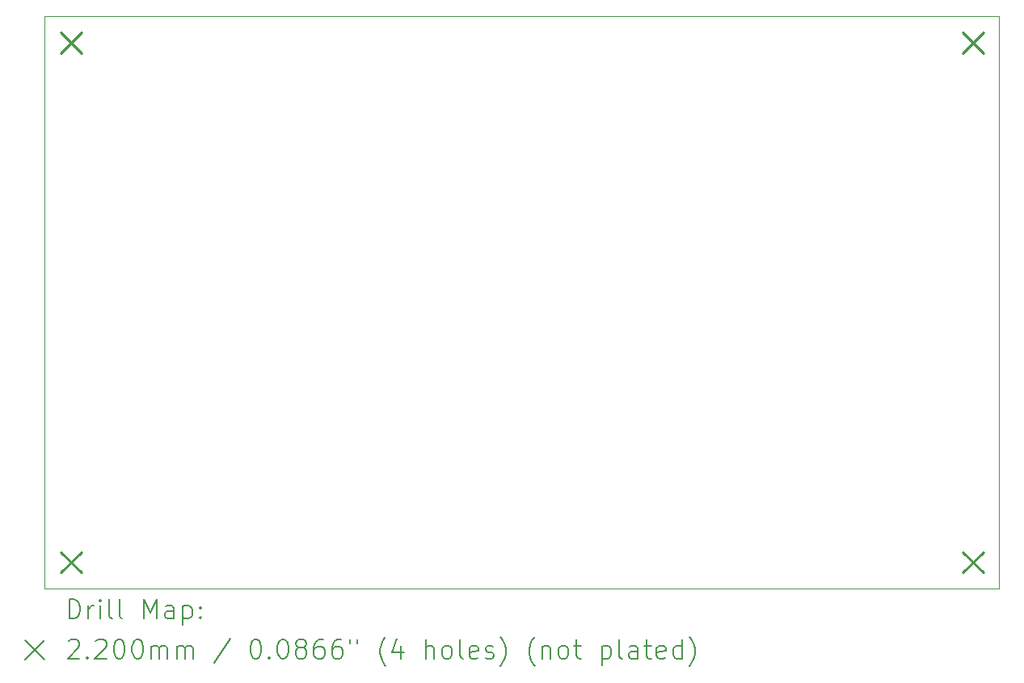
<source format=gbr>
%TF.GenerationSoftware,KiCad,Pcbnew,8.0.5*%
%TF.CreationDate,2025-05-15T16:06:16+03:00*%
%TF.ProjectId,spro2,7370726f-322e-46b6-9963-61645f706362,rev?*%
%TF.SameCoordinates,Original*%
%TF.FileFunction,Drillmap*%
%TF.FilePolarity,Positive*%
%FSLAX45Y45*%
G04 Gerber Fmt 4.5, Leading zero omitted, Abs format (unit mm)*
G04 Created by KiCad (PCBNEW 8.0.5) date 2025-05-15 16:06:16*
%MOMM*%
%LPD*%
G01*
G04 APERTURE LIST*
%ADD10C,0.050000*%
%ADD11C,0.200000*%
%ADD12C,0.220000*%
G04 APERTURE END LIST*
D10*
X7500000Y-7925000D02*
X17500000Y-7925000D01*
X17500000Y-13925000D01*
X7500000Y-13925000D01*
X7500000Y-7925000D01*
D11*
D12*
X7665000Y-8090000D02*
X7885000Y-8310000D01*
X7885000Y-8090000D02*
X7665000Y-8310000D01*
X7665000Y-13540000D02*
X7885000Y-13760000D01*
X7885000Y-13540000D02*
X7665000Y-13760000D01*
X17115000Y-8090000D02*
X17335000Y-8310000D01*
X17335000Y-8090000D02*
X17115000Y-8310000D01*
X17115000Y-13540000D02*
X17335000Y-13760000D01*
X17335000Y-13540000D02*
X17115000Y-13760000D01*
D11*
X7758277Y-14238984D02*
X7758277Y-14038984D01*
X7758277Y-14038984D02*
X7805896Y-14038984D01*
X7805896Y-14038984D02*
X7834467Y-14048508D01*
X7834467Y-14048508D02*
X7853515Y-14067555D01*
X7853515Y-14067555D02*
X7863039Y-14086603D01*
X7863039Y-14086603D02*
X7872562Y-14124698D01*
X7872562Y-14124698D02*
X7872562Y-14153269D01*
X7872562Y-14153269D02*
X7863039Y-14191365D01*
X7863039Y-14191365D02*
X7853515Y-14210412D01*
X7853515Y-14210412D02*
X7834467Y-14229460D01*
X7834467Y-14229460D02*
X7805896Y-14238984D01*
X7805896Y-14238984D02*
X7758277Y-14238984D01*
X7958277Y-14238984D02*
X7958277Y-14105650D01*
X7958277Y-14143746D02*
X7967801Y-14124698D01*
X7967801Y-14124698D02*
X7977324Y-14115174D01*
X7977324Y-14115174D02*
X7996372Y-14105650D01*
X7996372Y-14105650D02*
X8015420Y-14105650D01*
X8082086Y-14238984D02*
X8082086Y-14105650D01*
X8082086Y-14038984D02*
X8072562Y-14048508D01*
X8072562Y-14048508D02*
X8082086Y-14058031D01*
X8082086Y-14058031D02*
X8091610Y-14048508D01*
X8091610Y-14048508D02*
X8082086Y-14038984D01*
X8082086Y-14038984D02*
X8082086Y-14058031D01*
X8205896Y-14238984D02*
X8186848Y-14229460D01*
X8186848Y-14229460D02*
X8177324Y-14210412D01*
X8177324Y-14210412D02*
X8177324Y-14038984D01*
X8310658Y-14238984D02*
X8291610Y-14229460D01*
X8291610Y-14229460D02*
X8282086Y-14210412D01*
X8282086Y-14210412D02*
X8282086Y-14038984D01*
X8539229Y-14238984D02*
X8539229Y-14038984D01*
X8539229Y-14038984D02*
X8605896Y-14181841D01*
X8605896Y-14181841D02*
X8672563Y-14038984D01*
X8672563Y-14038984D02*
X8672563Y-14238984D01*
X8853515Y-14238984D02*
X8853515Y-14134222D01*
X8853515Y-14134222D02*
X8843991Y-14115174D01*
X8843991Y-14115174D02*
X8824944Y-14105650D01*
X8824944Y-14105650D02*
X8786848Y-14105650D01*
X8786848Y-14105650D02*
X8767801Y-14115174D01*
X8853515Y-14229460D02*
X8834467Y-14238984D01*
X8834467Y-14238984D02*
X8786848Y-14238984D01*
X8786848Y-14238984D02*
X8767801Y-14229460D01*
X8767801Y-14229460D02*
X8758277Y-14210412D01*
X8758277Y-14210412D02*
X8758277Y-14191365D01*
X8758277Y-14191365D02*
X8767801Y-14172317D01*
X8767801Y-14172317D02*
X8786848Y-14162793D01*
X8786848Y-14162793D02*
X8834467Y-14162793D01*
X8834467Y-14162793D02*
X8853515Y-14153269D01*
X8948753Y-14105650D02*
X8948753Y-14305650D01*
X8948753Y-14115174D02*
X8967801Y-14105650D01*
X8967801Y-14105650D02*
X9005896Y-14105650D01*
X9005896Y-14105650D02*
X9024944Y-14115174D01*
X9024944Y-14115174D02*
X9034467Y-14124698D01*
X9034467Y-14124698D02*
X9043991Y-14143746D01*
X9043991Y-14143746D02*
X9043991Y-14200888D01*
X9043991Y-14200888D02*
X9034467Y-14219936D01*
X9034467Y-14219936D02*
X9024944Y-14229460D01*
X9024944Y-14229460D02*
X9005896Y-14238984D01*
X9005896Y-14238984D02*
X8967801Y-14238984D01*
X8967801Y-14238984D02*
X8948753Y-14229460D01*
X9129705Y-14219936D02*
X9139229Y-14229460D01*
X9139229Y-14229460D02*
X9129705Y-14238984D01*
X9129705Y-14238984D02*
X9120182Y-14229460D01*
X9120182Y-14229460D02*
X9129705Y-14219936D01*
X9129705Y-14219936D02*
X9129705Y-14238984D01*
X9129705Y-14115174D02*
X9139229Y-14124698D01*
X9139229Y-14124698D02*
X9129705Y-14134222D01*
X9129705Y-14134222D02*
X9120182Y-14124698D01*
X9120182Y-14124698D02*
X9129705Y-14115174D01*
X9129705Y-14115174D02*
X9129705Y-14134222D01*
X7297500Y-14467500D02*
X7497500Y-14667500D01*
X7497500Y-14467500D02*
X7297500Y-14667500D01*
X7748753Y-14478031D02*
X7758277Y-14468508D01*
X7758277Y-14468508D02*
X7777324Y-14458984D01*
X7777324Y-14458984D02*
X7824943Y-14458984D01*
X7824943Y-14458984D02*
X7843991Y-14468508D01*
X7843991Y-14468508D02*
X7853515Y-14478031D01*
X7853515Y-14478031D02*
X7863039Y-14497079D01*
X7863039Y-14497079D02*
X7863039Y-14516127D01*
X7863039Y-14516127D02*
X7853515Y-14544698D01*
X7853515Y-14544698D02*
X7739229Y-14658984D01*
X7739229Y-14658984D02*
X7863039Y-14658984D01*
X7948753Y-14639936D02*
X7958277Y-14649460D01*
X7958277Y-14649460D02*
X7948753Y-14658984D01*
X7948753Y-14658984D02*
X7939229Y-14649460D01*
X7939229Y-14649460D02*
X7948753Y-14639936D01*
X7948753Y-14639936D02*
X7948753Y-14658984D01*
X8034467Y-14478031D02*
X8043991Y-14468508D01*
X8043991Y-14468508D02*
X8063039Y-14458984D01*
X8063039Y-14458984D02*
X8110658Y-14458984D01*
X8110658Y-14458984D02*
X8129705Y-14468508D01*
X8129705Y-14468508D02*
X8139229Y-14478031D01*
X8139229Y-14478031D02*
X8148753Y-14497079D01*
X8148753Y-14497079D02*
X8148753Y-14516127D01*
X8148753Y-14516127D02*
X8139229Y-14544698D01*
X8139229Y-14544698D02*
X8024943Y-14658984D01*
X8024943Y-14658984D02*
X8148753Y-14658984D01*
X8272562Y-14458984D02*
X8291610Y-14458984D01*
X8291610Y-14458984D02*
X8310658Y-14468508D01*
X8310658Y-14468508D02*
X8320182Y-14478031D01*
X8320182Y-14478031D02*
X8329705Y-14497079D01*
X8329705Y-14497079D02*
X8339229Y-14535174D01*
X8339229Y-14535174D02*
X8339229Y-14582793D01*
X8339229Y-14582793D02*
X8329705Y-14620888D01*
X8329705Y-14620888D02*
X8320182Y-14639936D01*
X8320182Y-14639936D02*
X8310658Y-14649460D01*
X8310658Y-14649460D02*
X8291610Y-14658984D01*
X8291610Y-14658984D02*
X8272562Y-14658984D01*
X8272562Y-14658984D02*
X8253515Y-14649460D01*
X8253515Y-14649460D02*
X8243991Y-14639936D01*
X8243991Y-14639936D02*
X8234467Y-14620888D01*
X8234467Y-14620888D02*
X8224943Y-14582793D01*
X8224943Y-14582793D02*
X8224943Y-14535174D01*
X8224943Y-14535174D02*
X8234467Y-14497079D01*
X8234467Y-14497079D02*
X8243991Y-14478031D01*
X8243991Y-14478031D02*
X8253515Y-14468508D01*
X8253515Y-14468508D02*
X8272562Y-14458984D01*
X8463039Y-14458984D02*
X8482086Y-14458984D01*
X8482086Y-14458984D02*
X8501134Y-14468508D01*
X8501134Y-14468508D02*
X8510658Y-14478031D01*
X8510658Y-14478031D02*
X8520182Y-14497079D01*
X8520182Y-14497079D02*
X8529705Y-14535174D01*
X8529705Y-14535174D02*
X8529705Y-14582793D01*
X8529705Y-14582793D02*
X8520182Y-14620888D01*
X8520182Y-14620888D02*
X8510658Y-14639936D01*
X8510658Y-14639936D02*
X8501134Y-14649460D01*
X8501134Y-14649460D02*
X8482086Y-14658984D01*
X8482086Y-14658984D02*
X8463039Y-14658984D01*
X8463039Y-14658984D02*
X8443991Y-14649460D01*
X8443991Y-14649460D02*
X8434467Y-14639936D01*
X8434467Y-14639936D02*
X8424944Y-14620888D01*
X8424944Y-14620888D02*
X8415420Y-14582793D01*
X8415420Y-14582793D02*
X8415420Y-14535174D01*
X8415420Y-14535174D02*
X8424944Y-14497079D01*
X8424944Y-14497079D02*
X8434467Y-14478031D01*
X8434467Y-14478031D02*
X8443991Y-14468508D01*
X8443991Y-14468508D02*
X8463039Y-14458984D01*
X8615420Y-14658984D02*
X8615420Y-14525650D01*
X8615420Y-14544698D02*
X8624944Y-14535174D01*
X8624944Y-14535174D02*
X8643991Y-14525650D01*
X8643991Y-14525650D02*
X8672563Y-14525650D01*
X8672563Y-14525650D02*
X8691610Y-14535174D01*
X8691610Y-14535174D02*
X8701134Y-14554222D01*
X8701134Y-14554222D02*
X8701134Y-14658984D01*
X8701134Y-14554222D02*
X8710658Y-14535174D01*
X8710658Y-14535174D02*
X8729705Y-14525650D01*
X8729705Y-14525650D02*
X8758277Y-14525650D01*
X8758277Y-14525650D02*
X8777325Y-14535174D01*
X8777325Y-14535174D02*
X8786848Y-14554222D01*
X8786848Y-14554222D02*
X8786848Y-14658984D01*
X8882086Y-14658984D02*
X8882086Y-14525650D01*
X8882086Y-14544698D02*
X8891610Y-14535174D01*
X8891610Y-14535174D02*
X8910658Y-14525650D01*
X8910658Y-14525650D02*
X8939229Y-14525650D01*
X8939229Y-14525650D02*
X8958277Y-14535174D01*
X8958277Y-14535174D02*
X8967801Y-14554222D01*
X8967801Y-14554222D02*
X8967801Y-14658984D01*
X8967801Y-14554222D02*
X8977325Y-14535174D01*
X8977325Y-14535174D02*
X8996372Y-14525650D01*
X8996372Y-14525650D02*
X9024944Y-14525650D01*
X9024944Y-14525650D02*
X9043991Y-14535174D01*
X9043991Y-14535174D02*
X9053515Y-14554222D01*
X9053515Y-14554222D02*
X9053515Y-14658984D01*
X9443991Y-14449460D02*
X9272563Y-14706603D01*
X9701134Y-14458984D02*
X9720182Y-14458984D01*
X9720182Y-14458984D02*
X9739229Y-14468508D01*
X9739229Y-14468508D02*
X9748753Y-14478031D01*
X9748753Y-14478031D02*
X9758277Y-14497079D01*
X9758277Y-14497079D02*
X9767801Y-14535174D01*
X9767801Y-14535174D02*
X9767801Y-14582793D01*
X9767801Y-14582793D02*
X9758277Y-14620888D01*
X9758277Y-14620888D02*
X9748753Y-14639936D01*
X9748753Y-14639936D02*
X9739229Y-14649460D01*
X9739229Y-14649460D02*
X9720182Y-14658984D01*
X9720182Y-14658984D02*
X9701134Y-14658984D01*
X9701134Y-14658984D02*
X9682087Y-14649460D01*
X9682087Y-14649460D02*
X9672563Y-14639936D01*
X9672563Y-14639936D02*
X9663039Y-14620888D01*
X9663039Y-14620888D02*
X9653515Y-14582793D01*
X9653515Y-14582793D02*
X9653515Y-14535174D01*
X9653515Y-14535174D02*
X9663039Y-14497079D01*
X9663039Y-14497079D02*
X9672563Y-14478031D01*
X9672563Y-14478031D02*
X9682087Y-14468508D01*
X9682087Y-14468508D02*
X9701134Y-14458984D01*
X9853515Y-14639936D02*
X9863039Y-14649460D01*
X9863039Y-14649460D02*
X9853515Y-14658984D01*
X9853515Y-14658984D02*
X9843991Y-14649460D01*
X9843991Y-14649460D02*
X9853515Y-14639936D01*
X9853515Y-14639936D02*
X9853515Y-14658984D01*
X9986848Y-14458984D02*
X10005896Y-14458984D01*
X10005896Y-14458984D02*
X10024944Y-14468508D01*
X10024944Y-14468508D02*
X10034468Y-14478031D01*
X10034468Y-14478031D02*
X10043991Y-14497079D01*
X10043991Y-14497079D02*
X10053515Y-14535174D01*
X10053515Y-14535174D02*
X10053515Y-14582793D01*
X10053515Y-14582793D02*
X10043991Y-14620888D01*
X10043991Y-14620888D02*
X10034468Y-14639936D01*
X10034468Y-14639936D02*
X10024944Y-14649460D01*
X10024944Y-14649460D02*
X10005896Y-14658984D01*
X10005896Y-14658984D02*
X9986848Y-14658984D01*
X9986848Y-14658984D02*
X9967801Y-14649460D01*
X9967801Y-14649460D02*
X9958277Y-14639936D01*
X9958277Y-14639936D02*
X9948753Y-14620888D01*
X9948753Y-14620888D02*
X9939229Y-14582793D01*
X9939229Y-14582793D02*
X9939229Y-14535174D01*
X9939229Y-14535174D02*
X9948753Y-14497079D01*
X9948753Y-14497079D02*
X9958277Y-14478031D01*
X9958277Y-14478031D02*
X9967801Y-14468508D01*
X9967801Y-14468508D02*
X9986848Y-14458984D01*
X10167801Y-14544698D02*
X10148753Y-14535174D01*
X10148753Y-14535174D02*
X10139229Y-14525650D01*
X10139229Y-14525650D02*
X10129706Y-14506603D01*
X10129706Y-14506603D02*
X10129706Y-14497079D01*
X10129706Y-14497079D02*
X10139229Y-14478031D01*
X10139229Y-14478031D02*
X10148753Y-14468508D01*
X10148753Y-14468508D02*
X10167801Y-14458984D01*
X10167801Y-14458984D02*
X10205896Y-14458984D01*
X10205896Y-14458984D02*
X10224944Y-14468508D01*
X10224944Y-14468508D02*
X10234468Y-14478031D01*
X10234468Y-14478031D02*
X10243991Y-14497079D01*
X10243991Y-14497079D02*
X10243991Y-14506603D01*
X10243991Y-14506603D02*
X10234468Y-14525650D01*
X10234468Y-14525650D02*
X10224944Y-14535174D01*
X10224944Y-14535174D02*
X10205896Y-14544698D01*
X10205896Y-14544698D02*
X10167801Y-14544698D01*
X10167801Y-14544698D02*
X10148753Y-14554222D01*
X10148753Y-14554222D02*
X10139229Y-14563746D01*
X10139229Y-14563746D02*
X10129706Y-14582793D01*
X10129706Y-14582793D02*
X10129706Y-14620888D01*
X10129706Y-14620888D02*
X10139229Y-14639936D01*
X10139229Y-14639936D02*
X10148753Y-14649460D01*
X10148753Y-14649460D02*
X10167801Y-14658984D01*
X10167801Y-14658984D02*
X10205896Y-14658984D01*
X10205896Y-14658984D02*
X10224944Y-14649460D01*
X10224944Y-14649460D02*
X10234468Y-14639936D01*
X10234468Y-14639936D02*
X10243991Y-14620888D01*
X10243991Y-14620888D02*
X10243991Y-14582793D01*
X10243991Y-14582793D02*
X10234468Y-14563746D01*
X10234468Y-14563746D02*
X10224944Y-14554222D01*
X10224944Y-14554222D02*
X10205896Y-14544698D01*
X10415420Y-14458984D02*
X10377325Y-14458984D01*
X10377325Y-14458984D02*
X10358277Y-14468508D01*
X10358277Y-14468508D02*
X10348753Y-14478031D01*
X10348753Y-14478031D02*
X10329706Y-14506603D01*
X10329706Y-14506603D02*
X10320182Y-14544698D01*
X10320182Y-14544698D02*
X10320182Y-14620888D01*
X10320182Y-14620888D02*
X10329706Y-14639936D01*
X10329706Y-14639936D02*
X10339229Y-14649460D01*
X10339229Y-14649460D02*
X10358277Y-14658984D01*
X10358277Y-14658984D02*
X10396372Y-14658984D01*
X10396372Y-14658984D02*
X10415420Y-14649460D01*
X10415420Y-14649460D02*
X10424944Y-14639936D01*
X10424944Y-14639936D02*
X10434468Y-14620888D01*
X10434468Y-14620888D02*
X10434468Y-14573269D01*
X10434468Y-14573269D02*
X10424944Y-14554222D01*
X10424944Y-14554222D02*
X10415420Y-14544698D01*
X10415420Y-14544698D02*
X10396372Y-14535174D01*
X10396372Y-14535174D02*
X10358277Y-14535174D01*
X10358277Y-14535174D02*
X10339229Y-14544698D01*
X10339229Y-14544698D02*
X10329706Y-14554222D01*
X10329706Y-14554222D02*
X10320182Y-14573269D01*
X10605896Y-14458984D02*
X10567801Y-14458984D01*
X10567801Y-14458984D02*
X10548753Y-14468508D01*
X10548753Y-14468508D02*
X10539229Y-14478031D01*
X10539229Y-14478031D02*
X10520182Y-14506603D01*
X10520182Y-14506603D02*
X10510658Y-14544698D01*
X10510658Y-14544698D02*
X10510658Y-14620888D01*
X10510658Y-14620888D02*
X10520182Y-14639936D01*
X10520182Y-14639936D02*
X10529706Y-14649460D01*
X10529706Y-14649460D02*
X10548753Y-14658984D01*
X10548753Y-14658984D02*
X10586849Y-14658984D01*
X10586849Y-14658984D02*
X10605896Y-14649460D01*
X10605896Y-14649460D02*
X10615420Y-14639936D01*
X10615420Y-14639936D02*
X10624944Y-14620888D01*
X10624944Y-14620888D02*
X10624944Y-14573269D01*
X10624944Y-14573269D02*
X10615420Y-14554222D01*
X10615420Y-14554222D02*
X10605896Y-14544698D01*
X10605896Y-14544698D02*
X10586849Y-14535174D01*
X10586849Y-14535174D02*
X10548753Y-14535174D01*
X10548753Y-14535174D02*
X10529706Y-14544698D01*
X10529706Y-14544698D02*
X10520182Y-14554222D01*
X10520182Y-14554222D02*
X10510658Y-14573269D01*
X10701134Y-14458984D02*
X10701134Y-14497079D01*
X10777325Y-14458984D02*
X10777325Y-14497079D01*
X11072563Y-14735174D02*
X11063039Y-14725650D01*
X11063039Y-14725650D02*
X11043991Y-14697079D01*
X11043991Y-14697079D02*
X11034468Y-14678031D01*
X11034468Y-14678031D02*
X11024944Y-14649460D01*
X11024944Y-14649460D02*
X11015420Y-14601841D01*
X11015420Y-14601841D02*
X11015420Y-14563746D01*
X11015420Y-14563746D02*
X11024944Y-14516127D01*
X11024944Y-14516127D02*
X11034468Y-14487555D01*
X11034468Y-14487555D02*
X11043991Y-14468508D01*
X11043991Y-14468508D02*
X11063039Y-14439936D01*
X11063039Y-14439936D02*
X11072563Y-14430412D01*
X11234468Y-14525650D02*
X11234468Y-14658984D01*
X11186848Y-14449460D02*
X11139230Y-14592317D01*
X11139230Y-14592317D02*
X11263039Y-14592317D01*
X11491610Y-14658984D02*
X11491610Y-14458984D01*
X11577325Y-14658984D02*
X11577325Y-14554222D01*
X11577325Y-14554222D02*
X11567801Y-14535174D01*
X11567801Y-14535174D02*
X11548753Y-14525650D01*
X11548753Y-14525650D02*
X11520182Y-14525650D01*
X11520182Y-14525650D02*
X11501134Y-14535174D01*
X11501134Y-14535174D02*
X11491610Y-14544698D01*
X11701134Y-14658984D02*
X11682087Y-14649460D01*
X11682087Y-14649460D02*
X11672563Y-14639936D01*
X11672563Y-14639936D02*
X11663039Y-14620888D01*
X11663039Y-14620888D02*
X11663039Y-14563746D01*
X11663039Y-14563746D02*
X11672563Y-14544698D01*
X11672563Y-14544698D02*
X11682087Y-14535174D01*
X11682087Y-14535174D02*
X11701134Y-14525650D01*
X11701134Y-14525650D02*
X11729706Y-14525650D01*
X11729706Y-14525650D02*
X11748753Y-14535174D01*
X11748753Y-14535174D02*
X11758277Y-14544698D01*
X11758277Y-14544698D02*
X11767801Y-14563746D01*
X11767801Y-14563746D02*
X11767801Y-14620888D01*
X11767801Y-14620888D02*
X11758277Y-14639936D01*
X11758277Y-14639936D02*
X11748753Y-14649460D01*
X11748753Y-14649460D02*
X11729706Y-14658984D01*
X11729706Y-14658984D02*
X11701134Y-14658984D01*
X11882087Y-14658984D02*
X11863039Y-14649460D01*
X11863039Y-14649460D02*
X11853515Y-14630412D01*
X11853515Y-14630412D02*
X11853515Y-14458984D01*
X12034468Y-14649460D02*
X12015420Y-14658984D01*
X12015420Y-14658984D02*
X11977325Y-14658984D01*
X11977325Y-14658984D02*
X11958277Y-14649460D01*
X11958277Y-14649460D02*
X11948753Y-14630412D01*
X11948753Y-14630412D02*
X11948753Y-14554222D01*
X11948753Y-14554222D02*
X11958277Y-14535174D01*
X11958277Y-14535174D02*
X11977325Y-14525650D01*
X11977325Y-14525650D02*
X12015420Y-14525650D01*
X12015420Y-14525650D02*
X12034468Y-14535174D01*
X12034468Y-14535174D02*
X12043991Y-14554222D01*
X12043991Y-14554222D02*
X12043991Y-14573269D01*
X12043991Y-14573269D02*
X11948753Y-14592317D01*
X12120182Y-14649460D02*
X12139230Y-14658984D01*
X12139230Y-14658984D02*
X12177325Y-14658984D01*
X12177325Y-14658984D02*
X12196372Y-14649460D01*
X12196372Y-14649460D02*
X12205896Y-14630412D01*
X12205896Y-14630412D02*
X12205896Y-14620888D01*
X12205896Y-14620888D02*
X12196372Y-14601841D01*
X12196372Y-14601841D02*
X12177325Y-14592317D01*
X12177325Y-14592317D02*
X12148753Y-14592317D01*
X12148753Y-14592317D02*
X12129706Y-14582793D01*
X12129706Y-14582793D02*
X12120182Y-14563746D01*
X12120182Y-14563746D02*
X12120182Y-14554222D01*
X12120182Y-14554222D02*
X12129706Y-14535174D01*
X12129706Y-14535174D02*
X12148753Y-14525650D01*
X12148753Y-14525650D02*
X12177325Y-14525650D01*
X12177325Y-14525650D02*
X12196372Y-14535174D01*
X12272563Y-14735174D02*
X12282087Y-14725650D01*
X12282087Y-14725650D02*
X12301134Y-14697079D01*
X12301134Y-14697079D02*
X12310658Y-14678031D01*
X12310658Y-14678031D02*
X12320182Y-14649460D01*
X12320182Y-14649460D02*
X12329706Y-14601841D01*
X12329706Y-14601841D02*
X12329706Y-14563746D01*
X12329706Y-14563746D02*
X12320182Y-14516127D01*
X12320182Y-14516127D02*
X12310658Y-14487555D01*
X12310658Y-14487555D02*
X12301134Y-14468508D01*
X12301134Y-14468508D02*
X12282087Y-14439936D01*
X12282087Y-14439936D02*
X12272563Y-14430412D01*
X12634468Y-14735174D02*
X12624944Y-14725650D01*
X12624944Y-14725650D02*
X12605896Y-14697079D01*
X12605896Y-14697079D02*
X12596372Y-14678031D01*
X12596372Y-14678031D02*
X12586849Y-14649460D01*
X12586849Y-14649460D02*
X12577325Y-14601841D01*
X12577325Y-14601841D02*
X12577325Y-14563746D01*
X12577325Y-14563746D02*
X12586849Y-14516127D01*
X12586849Y-14516127D02*
X12596372Y-14487555D01*
X12596372Y-14487555D02*
X12605896Y-14468508D01*
X12605896Y-14468508D02*
X12624944Y-14439936D01*
X12624944Y-14439936D02*
X12634468Y-14430412D01*
X12710658Y-14525650D02*
X12710658Y-14658984D01*
X12710658Y-14544698D02*
X12720182Y-14535174D01*
X12720182Y-14535174D02*
X12739230Y-14525650D01*
X12739230Y-14525650D02*
X12767801Y-14525650D01*
X12767801Y-14525650D02*
X12786849Y-14535174D01*
X12786849Y-14535174D02*
X12796372Y-14554222D01*
X12796372Y-14554222D02*
X12796372Y-14658984D01*
X12920182Y-14658984D02*
X12901134Y-14649460D01*
X12901134Y-14649460D02*
X12891611Y-14639936D01*
X12891611Y-14639936D02*
X12882087Y-14620888D01*
X12882087Y-14620888D02*
X12882087Y-14563746D01*
X12882087Y-14563746D02*
X12891611Y-14544698D01*
X12891611Y-14544698D02*
X12901134Y-14535174D01*
X12901134Y-14535174D02*
X12920182Y-14525650D01*
X12920182Y-14525650D02*
X12948753Y-14525650D01*
X12948753Y-14525650D02*
X12967801Y-14535174D01*
X12967801Y-14535174D02*
X12977325Y-14544698D01*
X12977325Y-14544698D02*
X12986849Y-14563746D01*
X12986849Y-14563746D02*
X12986849Y-14620888D01*
X12986849Y-14620888D02*
X12977325Y-14639936D01*
X12977325Y-14639936D02*
X12967801Y-14649460D01*
X12967801Y-14649460D02*
X12948753Y-14658984D01*
X12948753Y-14658984D02*
X12920182Y-14658984D01*
X13043992Y-14525650D02*
X13120182Y-14525650D01*
X13072563Y-14458984D02*
X13072563Y-14630412D01*
X13072563Y-14630412D02*
X13082087Y-14649460D01*
X13082087Y-14649460D02*
X13101134Y-14658984D01*
X13101134Y-14658984D02*
X13120182Y-14658984D01*
X13339230Y-14525650D02*
X13339230Y-14725650D01*
X13339230Y-14535174D02*
X13358277Y-14525650D01*
X13358277Y-14525650D02*
X13396373Y-14525650D01*
X13396373Y-14525650D02*
X13415420Y-14535174D01*
X13415420Y-14535174D02*
X13424944Y-14544698D01*
X13424944Y-14544698D02*
X13434468Y-14563746D01*
X13434468Y-14563746D02*
X13434468Y-14620888D01*
X13434468Y-14620888D02*
X13424944Y-14639936D01*
X13424944Y-14639936D02*
X13415420Y-14649460D01*
X13415420Y-14649460D02*
X13396373Y-14658984D01*
X13396373Y-14658984D02*
X13358277Y-14658984D01*
X13358277Y-14658984D02*
X13339230Y-14649460D01*
X13548753Y-14658984D02*
X13529706Y-14649460D01*
X13529706Y-14649460D02*
X13520182Y-14630412D01*
X13520182Y-14630412D02*
X13520182Y-14458984D01*
X13710658Y-14658984D02*
X13710658Y-14554222D01*
X13710658Y-14554222D02*
X13701134Y-14535174D01*
X13701134Y-14535174D02*
X13682087Y-14525650D01*
X13682087Y-14525650D02*
X13643992Y-14525650D01*
X13643992Y-14525650D02*
X13624944Y-14535174D01*
X13710658Y-14649460D02*
X13691611Y-14658984D01*
X13691611Y-14658984D02*
X13643992Y-14658984D01*
X13643992Y-14658984D02*
X13624944Y-14649460D01*
X13624944Y-14649460D02*
X13615420Y-14630412D01*
X13615420Y-14630412D02*
X13615420Y-14611365D01*
X13615420Y-14611365D02*
X13624944Y-14592317D01*
X13624944Y-14592317D02*
X13643992Y-14582793D01*
X13643992Y-14582793D02*
X13691611Y-14582793D01*
X13691611Y-14582793D02*
X13710658Y-14573269D01*
X13777325Y-14525650D02*
X13853515Y-14525650D01*
X13805896Y-14458984D02*
X13805896Y-14630412D01*
X13805896Y-14630412D02*
X13815420Y-14649460D01*
X13815420Y-14649460D02*
X13834468Y-14658984D01*
X13834468Y-14658984D02*
X13853515Y-14658984D01*
X13996373Y-14649460D02*
X13977325Y-14658984D01*
X13977325Y-14658984D02*
X13939230Y-14658984D01*
X13939230Y-14658984D02*
X13920182Y-14649460D01*
X13920182Y-14649460D02*
X13910658Y-14630412D01*
X13910658Y-14630412D02*
X13910658Y-14554222D01*
X13910658Y-14554222D02*
X13920182Y-14535174D01*
X13920182Y-14535174D02*
X13939230Y-14525650D01*
X13939230Y-14525650D02*
X13977325Y-14525650D01*
X13977325Y-14525650D02*
X13996373Y-14535174D01*
X13996373Y-14535174D02*
X14005896Y-14554222D01*
X14005896Y-14554222D02*
X14005896Y-14573269D01*
X14005896Y-14573269D02*
X13910658Y-14592317D01*
X14177325Y-14658984D02*
X14177325Y-14458984D01*
X14177325Y-14649460D02*
X14158277Y-14658984D01*
X14158277Y-14658984D02*
X14120182Y-14658984D01*
X14120182Y-14658984D02*
X14101134Y-14649460D01*
X14101134Y-14649460D02*
X14091611Y-14639936D01*
X14091611Y-14639936D02*
X14082087Y-14620888D01*
X14082087Y-14620888D02*
X14082087Y-14563746D01*
X14082087Y-14563746D02*
X14091611Y-14544698D01*
X14091611Y-14544698D02*
X14101134Y-14535174D01*
X14101134Y-14535174D02*
X14120182Y-14525650D01*
X14120182Y-14525650D02*
X14158277Y-14525650D01*
X14158277Y-14525650D02*
X14177325Y-14535174D01*
X14253515Y-14735174D02*
X14263039Y-14725650D01*
X14263039Y-14725650D02*
X14282087Y-14697079D01*
X14282087Y-14697079D02*
X14291611Y-14678031D01*
X14291611Y-14678031D02*
X14301134Y-14649460D01*
X14301134Y-14649460D02*
X14310658Y-14601841D01*
X14310658Y-14601841D02*
X14310658Y-14563746D01*
X14310658Y-14563746D02*
X14301134Y-14516127D01*
X14301134Y-14516127D02*
X14291611Y-14487555D01*
X14291611Y-14487555D02*
X14282087Y-14468508D01*
X14282087Y-14468508D02*
X14263039Y-14439936D01*
X14263039Y-14439936D02*
X14253515Y-14430412D01*
M02*

</source>
